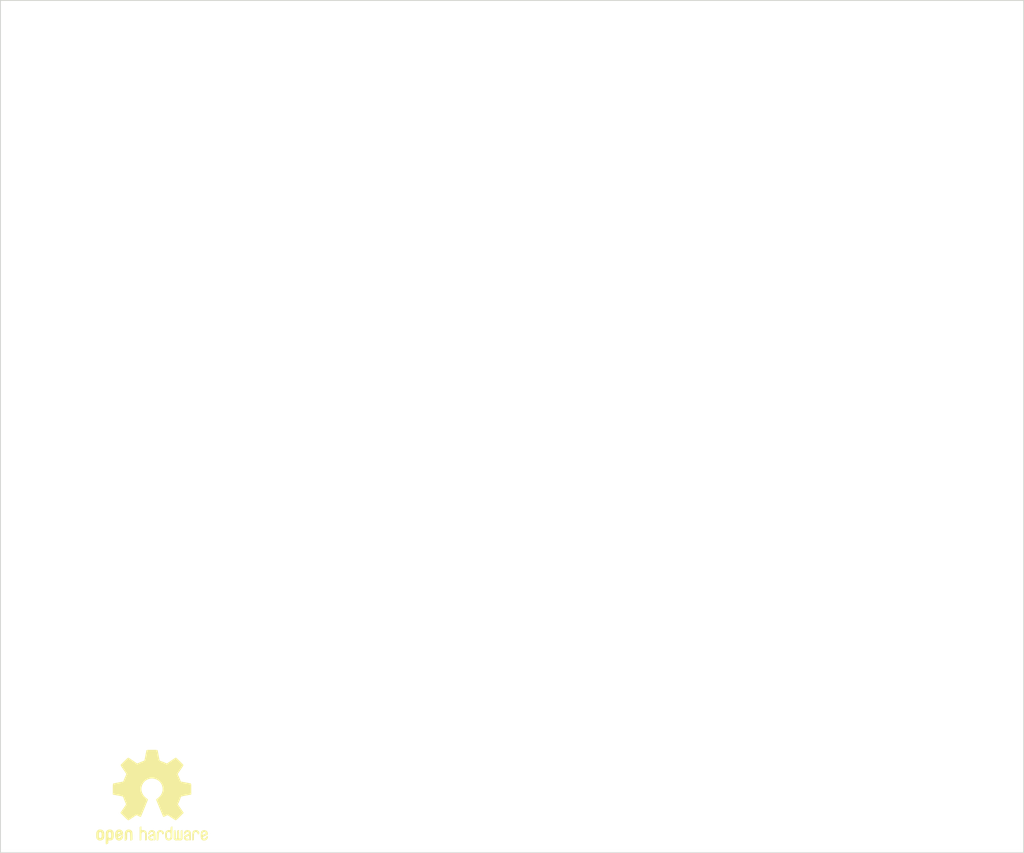
<source format=kicad_pcb>
(kicad_pcb (version 20241229) (generator "pcbnew") (generator_version "9.0")
  (title_block (title "Modular SPIRIT Phone") (date "2025-10-19") (rev "vOCT 19/2025") (comment 4 "Author: DevECoisas"))
  (layers (0 "F.Cu" signal) (2 "B.Cu" signal) (13 "F.Paste" user) (15 "B.Paste" user) (5 "F.SilkS" user "F.Silkscreen") (7 "B.SilkS" user "B.Silkscreen") (1 "F.Mask" user) (3 "B.Mask" user) (25 "Edge.Cuts" user))
  (net 0 "")
  (footprint "Symbol:OSHW-Logo2_7.3x6mm_SilkScreen" (layer "F.Cu") (at 127.706 107.48)
    (property "Reference" "REF**" (hide yes))
    (property "Value" "OSHW-Logo2_7.3x6mm_SilkScreen" (hide yes))
    (fp_poly (pts (xy 2.6526 1.958752) (xy 2.669948 1.966334) (xy 2.711356 1.999128) (xy 2.746765 2.046547) (xy 2.768664 2.097151) (xy 2.772229 2.122098) (xy 2.760279 2.156927) (xy 2.734067 2.175357) (xy 2.705964 2.186516) (xy 2.693095 2.188572) (xy 2.686829 2.173649) (xy 2.674456 2.141175) (xy 2.669028 2.126502) (xy 2.63859 2.075744) (xy 2.59452 2.050427) (xy 2.53801 2.051206) (xy 2.533825 2.052203) (xy 2.503655 2.066507) (xy 2.481476 2.094393) (xy 2.466327 2.139287) (xy 2.45725 2.204615) (xy 2.453286 2.293804) (xy 2.452914 2.341261) (xy 2.45273 2.416071) (xy 2.451522 2.467069) (xy 2.448309 2.499471) (xy 2.442109 2.518495) (xy 2.43194 2.529356) (xy 2.416819 2.537272) (xy 2.415946 2.53767) (xy 2.386828 2.549981) (xy 2.372403 2.554514) (xy 2.370186 2.540809) (xy 2.368289 2.502925) (xy 2.366847 2.445715) (xy 2.365998 2.374027) (xy 2.365829 2.321565) (xy 2.366692 2.220047) (xy 2.37007 2.143032) (xy 2.377142 2.086023) (xy 2.389088 2.044526) (xy 2.40709 2.014043) (xy 2.432327 1.99008) (xy 2.457247 1.973355) (xy 2.517171 1.951097) (xy 2.586911 1.946076) (xy 2.6526 1.958752)) (stroke (width 0.01)) (fill yes) (layer "F.SilkS"))
    (fp_poly (pts (xy -1.283907 1.92778) (xy -1.237328 1.954723) (xy -1.204943 1.981466) (xy -1.181258 2.009484) (xy -1.164941 2.043748) (xy -1.154661 2.089227) (xy -1.149086 2.150892) (xy -1.146884 2.233711) (xy -1.146629 2.293246) (xy -1.146629 2.512391) (xy -1.208314 2.540044) (xy -1.27 2.567697) (xy -1.277257 2.32767) (xy -1.280256 2.238028) (xy -1.283402 2.172962) (xy -1.287299 2.128026) (xy -1.292553 2.09877) (xy -1.299769 2.080748) (xy -1.30955 2.069511) (xy -1.312688 2.067079) (xy -1.360239 2.048083) (xy -1.408303 2.0556) (xy -1.436914 2.075543) (xy -1.448553 2.089675) (xy -1.456609 2.10822) (xy -1.461729 2.136334) (xy -1.464559 2.179173) (xy -1.465744 2.241895) (xy -1.465943 2.307261) (xy -1.465982 2.389268) (xy -1.467386 2.447316) (xy -1.472086 2.486465) (xy -1.482013 2.51178) (xy -1.499097 2.528323) (xy -1.525268 2.541156) (xy -1.560225 2.554491) (xy -1.598404 2.569007) (xy -1.593859 2.311389) (xy -1.592029 2.218519) (xy -1.589888 2.149889) (xy -1.586819 2.100711) (xy -1.582206 2.066198) (xy -1.575432 2.041562) (xy -1.565881 2.022016) (xy -1.554366 2.00477) (xy -1.49881 1.94968) (xy -1.43102 1.917822) (xy -1.357287 1.910191) (xy -1.283907 1.92778)) (stroke (width 0.01)) (fill yes) (layer "F.SilkS"))
    (fp_poly (pts (xy 0.529926 1.949755) (xy 0.595858 1.974084) (xy 0.649273 2.017117) (xy 0.670164 2.047409) (xy 0.692939 2.102994) (xy 0.692466 2.143186) (xy 0.668562 2.170217) (xy 0.659717 2.174813) (xy 0.62153 2.189144) (xy 0.602028 2.185472) (xy 0.595422 2.161407) (xy 0.595086 2.148114) (xy 0.582992 2.09921) (xy 0.551471 2.064999) (xy 0.507659 2.048476) (xy 0.458695 2.052634) (xy 0.418894 2.074227) (xy 0.40545 2.086544) (xy 0.395921 2.101487) (xy 0.389485 2.124075) (xy 0.385317 2.159328) (xy 0.382597 2.212266) (xy 0.380502 2.287907) (xy 0.37996 2.311857) (xy 0.377981 2.39379) (xy 0.375731 2.451455) (xy 0.372357 2.489608) (xy 0.367006 2.513004) (xy 0.358824 2.526398) (xy 0.346959 2.534545) (xy 0.339362 2.538144) (xy 0.307102 2.550452) (xy 0.288111 2.554514) (xy 0.281836 2.540948) (xy 0.278006 2.499934) (xy 0.2766 2.430999) (xy 0.277598 2.333669) (xy 0.277908 2.318657) (xy 0.280101 2.229859) (xy 0.282693 2.165019) (xy 0.286382 2.119067) (xy 0.291864 2.086935) (xy 0.299835 2.063553) (xy 0.310993 2.043852) (xy 0.31683 2.03541) (xy 0.350296 1.998057) (xy 0.387727 1.969003) (xy 0.392309 1.966467) (xy 0.459426 1.946443) (xy 0.529926 1.949755)) (stroke (width 0.01)) (fill yes) (layer "F.SilkS"))
    (fp_poly (pts (xy -0.624114 1.851289) (xy -0.619861 1.910613) (xy -0.614975 1.945572) (xy -0.608205 1.96082) (xy -0.598298 1.961015) (xy -0.595086 1.959195) (xy -0.552356 1.946015) (xy -0.496773 1.946785) (xy -0.440263 1.960333) (xy -0.404918 1.977861) (xy -0.368679 2.005861) (xy -0.342187 2.037549) (xy -0.324001 2.077813) (xy -0.312678 2.131543) (xy -0.306778 2.203626) (xy -0.304857 2.298951) (xy -0.304823 2.317237) (xy -0.3048 2.522646) (xy -0.350509 2.53858) (xy -0.382973 2.54942) (xy -0.400785 2.554468) (xy -0.401309 2.554514) (xy -0.403063 2.540828) (xy -0.404556 2.503076) (xy -0.405674 2.446224) (xy -0.406303 2.375234) (xy -0.4064 2.332073) (xy -0.406602 2.246973) (xy -0.407642 2.185981) (xy -0.410169 2.144177) (xy -0.414836 2.116642) (xy -0.422293 2.098456) (xy -0.433189 2.084698) (xy -0.439993 2.078073) (xy -0.486728 2.051375) (xy -0.537728 2.049375) (xy -0.583999 2.071955) (xy -0.592556 2.080107) (xy -0.605107 2.095436) (xy -0.613812 2.113618) (xy -0.619369 2.139909) (xy -0.622474 2.179562) (xy -0.623824 2.237832) (xy -0.624114 2.318173) (xy -0.624114 2.522646) (xy -0.669823 2.53858) (xy -0.702287 2.54942) (xy -0.720099 2.554468) (xy -0.720623 2.554514) (xy -0.721963 2.540623) (xy -0.723172 2.501439) (xy -0.724199 2.4407) (xy -0.724998 2.362141) (xy -0.725519 2.269498) (xy -0.725714 2.166509) (xy -0.725714 1.769342) (xy -0.678543 1.749444) (xy -0.631371 1.729547) (xy -0.624114 1.851289)) (stroke (width 0.01)) (fill yes) (layer "F.SilkS"))
    (fp_poly (pts (xy 1.779833 1.958663) (xy 1.782048 1.99685) (xy 1.783784 2.054886) (xy 1.784899 2.12818) (xy 1.785257 2.205055) (xy 1.785257 2.465196) (xy 1.739326 2.511127) (xy 1.707675 2.539429) (xy 1.67989 2.550893) (xy 1.641915 2.550168) (xy 1.62684 2.548321) (xy 1.579726 2.542948) (xy 1.540756 2.539869) (xy 1.531257 2.539585) (xy 1.499233 2.541445) (xy 1.453432 2.546114) (xy 1.435674 2.548321) (xy 1.392057 2.551735) (xy 1.362745 2.54432) (xy 1.33368 2.521427) (xy 1.323188 2.511127) (xy 1.277257 2.465196) (xy 1.277257 1.978602) (xy 1.314226 1.961758) (xy 1.346059 1.949282) (xy 1.364683 1.944914) (xy 1.369458 1.958718) (xy 1.373921 1.997286) (xy 1.377775 2.056356) (xy 1.380722 2.131663) (xy 1.382143 2.195286) (xy 1.386114 2.445657) (xy 1.420759 2.450556) (xy 1.452268 2.447131) (xy 1.467708 2.436041) (xy 1.472023 2.415308) (xy 1.475708 2.371145) (xy 1.478469 2.309146) (xy 1.480012 2.234909) (xy 1.480235 2.196706) (xy 1.480457 1.976783) (xy 1.526166 1.960849) (xy 1.558518 1.950015) (xy 1.576115 1.944962) (xy 1.576623 1.944914) (xy 1.578388 1.958648) (xy 1.580329 1.99673) (xy 1.582282 2.054482) (xy 1.584084 2.127227) (xy 1.585343 2.195286) (xy 1.589314 2.445657) (xy 1.6764 2.445657) (xy 1.680396 2.21724) (xy 1.684392 1.988822) (xy 1.726847 1.966868) (xy 1.758192 1.951793) (xy 1.776744 1.944951) (xy 1.777279 1.944914) (xy 1.779833 1.958663)) (stroke (width 0.01)) (fill yes) (layer "F.SilkS"))
    (fp_poly (pts (xy -2.958885 1.921962) (xy -2.890855 1.957733) (xy -2.840649 2.015301) (xy -2.822815 2.052312) (xy -2.808937 2.107882) (xy -2.801833 2.178096) (xy -2.80116 2.254727) (xy -2.806573 2.329552) (xy -2.81773 2.394342) (xy -2.834286 2.440873) (xy -2.839374 2.448887) (xy -2.899645 2.508707) (xy -2.971231 2.544535) (xy -3.048908 2.55502) (xy -3.127452 2.53881) (xy -3.149311 2.529092) (xy -3.191878 2.499143) (xy -3.229237 2.459433) (xy -3.232768 2.454397) (xy -3.247119 2.430124) (xy -3.256606 2.404178) (xy -3.26221 2.370022) (xy -3.264914 2.321119) (xy -3.265701 2.250935) (xy -3.265714 2.2352) (xy -3.265678 2.230192) (xy -3.120571 2.230192) (xy -3.119727 2.29643) (xy -3.116404 2.340386) (xy -3.109417 2.368779) (xy -3.097584 2.388325) (xy -3.091543 2.394857) (xy -3.056814 2.41968) (xy -3.023097 2.418548) (xy -2.989005 2.397016) (xy -2.968671 2.374029) (xy -2.956629 2.340478) (xy -2.949866 2.287569) (xy -2.949402 2.281399) (xy -2.948248 2.185513) (xy -2.960312 2.114299) (xy -2.98543 2.068194) (xy -3.02344 2.047635) (xy -3.037008 2.046514) (xy -3.072636 2.052152) (xy -3.097006 2.071686) (xy -3.111907 2.109042) (xy -3.119125 2.16815) (xy -3.120571 2.230192) (xy -3.265678 2.230192) (xy -3.265174 2.160413) (xy -3.262904 2.108159) (xy -3.257932 2.071949) (xy -3.249287 2.045299) (xy -3.235995 2.021722) (xy -3.233057 2.017338) (xy -3.183687 1.958249) (xy -3.129891 1.923947) (xy -3.064398 1.910331) (xy -3.042158 1.909665) (xy -2.958885 1.921962)) (stroke (width 0.01)) (fill yes) (layer "F.SilkS"))
    (fp_poly (pts (xy 3.153595 1.966966) (xy 3.211021 2.004497) (xy 3.238719 2.038096) (xy 3.260662 2.099064) (xy 3.262405 2.147308) (xy 3.258457 2.211816) (xy 3.109686 2.276934) (xy 3.037349 2.310202) (xy 2.990084 2.336964) (xy 2.965507 2.360144) (xy 2.961237 2.382667) (xy 2.974889 2.407455) (xy 2.989943 2.423886) (xy 3.033746 2.450235) (xy 3.081389 2.452081) (xy 3.125145 2.431546) (xy 3.157289 2.390752) (xy 3.163038 2.376347) (xy 3.190576 2.331356) (xy 3.222258 2.312182) (xy 3.265714 2.295779) (xy 3.265714 2.357966) (xy 3.261872 2.400283) (xy 3.246823 2.435969) (xy 3.21528 2.476943) (xy 3.210592 2.482267) (xy 3.175506 2.51872) (xy 3.145347 2.538283) (xy 3.107615 2.547283) (xy 3.076335 2.55023) (xy 3.020385 2.550965) (xy 2.980555 2.54166) (xy 2.955708 2.527846) (xy 2.916656 2.497467) (xy 2.889625 2.464613) (xy 2.872517 2.423294) (xy 2.863238 2.367521) (xy 2.859693 2.291305) (xy 2.85941 2.252622) (xy 2.860372 2.206247) (xy 2.948007 2.206247) (xy 2.949023 2.231126) (xy 2.951556 2.2352) (xy 2.968274 2.229665) (xy 3.004249 2.215017) (xy 3.052331 2.19419) (xy 3.062386 2.189714) (xy 3.123152 2.158814) (xy 3.156632 2.131657) (xy 3.16399 2.10622) (xy 3.146391 2.080481) (xy 3.131856 2.069109) (xy 3.07941 2.046364) (xy 3.030322 2.050122) (xy 2.989227 2.077884) (xy 2.960758 2.127152) (xy 2.951631 2.166257) (xy 2.948007 2.206247) (xy 2.860372 2.206247) (xy 2.861285 2.162249) (xy 2.868196 2.095384) (xy 2.881884 2.046695) (xy 2.904096 2.010849) (xy 2.936574 1.982513) (xy 2.950733 1.973355) (xy 3.015053 1.949507) (xy 3.085473 1.948006) (xy 3.153595 1.966966)) (stroke (width 0.01)) (fill yes) (layer "F.SilkS"))
    (fp_poly (pts (xy 1.190117 2.065358) (xy 1.189933 2.173837) (xy 1.189219 2.257287) (xy 1.187675 2.319704) (xy 1.185001 2.365085) (xy 1.180894 2.397429) (xy 1.175055 2.420733) (xy 1.167182 2.438995) (xy 1.161221 2.449418) (xy 1.111855 2.505945) (xy 1.049264 2.541377) (xy 0.980013 2.55409) (xy 0.910668 2.542463) (xy 0.869375 2.521568) (xy 0.826025 2.485422) (xy 0.796481 2.441276) (xy 0.778655 2.383462) (xy 0.770463 2.306313) (xy 0.769302 2.249714) (xy 0.769458 2.245647) (xy 0.870857 2.245647) (xy 0.871476 2.31055) (xy 0.874314 2.353514) (xy 0.88084 2.381622) (xy 0.892523 2.401953) (xy 0.906483 2.417288) (xy 0.953365 2.44689) (xy 1.003701 2.449419) (xy 1.051276 2.424705) (xy 1.054979 2.421356) (xy 1.070783 2.403935) (xy 1.080693 2.383209) (xy 1.086058 2.352362) (xy 1.088228 2.304577) (xy 1.088571 2.251748) (xy 1.087827 2.185381) (xy 1.084748 2.141106) (xy 1.078061 2.112009) (xy 1.066496 2.091173) (xy 1.057013 2.080107) (xy 1.01296 2.052198) (xy 0.962224 2.048843) (xy 0.913796 2.070159) (xy 0.90445 2.078073) (xy 0.88854 2.095647) (xy 0.87861 2.116587) (xy 0.873278 2.147782) (xy 0.871163 2.196122) (xy 0.870857 2.245647) (xy 0.769458 2.245647) (xy 0.77281 2.158568) (xy 0.784726 2.090086) (xy 0.807135 2.0386) (xy 0.842124 1.998443) (xy 0.869375 1.977861) (xy 0.918907 1.955625) (xy 0.976316 1.945304) (xy 1.029682 1.948067) (xy 1.059543 1.959212) (xy 1.071261 1.962383) (xy 1.079037 1.950557) (xy 1.084465 1.918866) (xy 1.088571 1.870593) (xy 1.093067 1.816829) (xy 1.099313 1.784482) (xy 1.110676 1.765985) (xy 1.130528 1.75377) (xy 1.143 1.748362) (xy 1.190171 1.728601) (xy 1.190117 2.065358)) (stroke (width 0.01)) (fill yes) (layer "F.SilkS"))
    (fp_poly (pts (xy -1.831697 1.931239) (xy -1.774473 1.969735) (xy -1.730251 2.025335) (xy -1.703833 2.096086) (xy -1.69849 2.148162) (xy -1.699097 2.169893) (xy -1.704178 2.186531) (xy -1.718145 2.201437) (xy -1.745411 2.217973) (xy -1.790388 2.239498) (xy -1.857489 2.269374) (xy -1.857829 2.269524) (xy -1.919593 2.297813) (xy -1.970241 2.322933) (xy -2.004596 2.342179) (xy -2.017482 2.352848) (xy -2.017486 2.352934) (xy -2.006128 2.376166) (xy -1.979569 2.401774) (xy -1.949077 2.420221) (xy -1.93363 2.423886) (xy -1.891485 2.411212) (xy -1.855192 2.379471) (xy -1.837483 2.344572) (xy -1.820448 2.318845) (xy -1.787078 2.289546) (xy -1.747851 2.264235) (xy -1.713244 2.250471) (xy -1.706007 2.249714) (xy -1.697861 2.26216) (xy -1.69737 2.293972) (xy -1.703357 2.336866) (xy -1.714643 2.382558) (xy -1.73005 2.422761) (xy -1.730829 2.424322) (xy -1.777196 2.489062) (xy -1.837289 2.533097) (xy -1.905535 2.554711) (xy -1.976362 2.552185) (xy -2.044196 2.523804) (xy -2.047212 2.521808) (xy -2.100573 2.473448) (xy -2.13566 2.410352) (xy -2.155078 2.327387) (xy -2.157684 2.304078) (xy -2.162299 2.194055) (xy -2.156767 2.142748) (xy -2.017486 2.142748) (xy -2.015676 2.174753) (xy -2.005778 2.184093) (xy -1.981102 2.177105) (xy -1.942205 2.160587) (xy -1.898725 2.139881) (xy -1.897644 2.139333) (xy -1.860791 2.119949) (xy -1.846 2.107013) (xy -1.849647 2.093451) (xy -1.865005 2.075632) (xy -1.904077 2.049845) (xy -1.946154 2.04795) (xy -1.983897 2.066717) (xy -2.009966 2.102915) (xy -2.017486 2.142748) (xy -2.156767 2.142748) (xy -2.152806 2.106027) (xy -2.12845 2.036212) (xy -2.094544 1.987302) (xy -2.033347 1.937878) (xy -1.965937 1.913359) (xy -1.89712 1.911797) (xy -1.831697 1.931239)) (stroke (width 0.01)) (fill yes) (layer "F.SilkS"))
    (fp_poly (pts (xy 0.039744 1.950968) (xy 0.096616 1.972087) (xy 0.097267 1.972493) (xy 0.13244 1.99838) (xy 0.158407 2.028633) (xy 0.17667 2.068058) (xy 0.188732 2.121462) (xy 0.196096 2.193651) (xy 0.200264 2.289432) (xy 0.200629 2.303078) (xy 0.205876 2.508842) (xy 0.161716 2.531678) (xy 0.129763 2.54711) (xy 0.11047 2.554423) (xy 0.109578 2.554514) (xy 0.106239 2.541022) (xy 0.103587 2.504626) (xy 0.101956 2.451452) (xy 0.1016 2.408393) (xy 0.101592 2.338641) (xy 0.098403 2.294837) (xy 0.087288 2.273944) (xy 0.063501 2.272925) (xy 0.022296 2.288741) (xy -0.039914 2.317815) (xy -0.085659 2.341963) (xy -0.109187 2.362913) (xy -0.116104 2.385747) (xy -0.116114 2.386877) (xy -0.104701 2.426212) (xy -0.070908 2.447462) (xy -0.019191 2.450539) (xy 0.018061 2.450006) (xy 0.037703 2.460735) (xy 0.049952 2.486505) (xy 0.057002 2.519337) (xy 0.046842 2.537966) (xy 0.043017 2.540632) (xy 0.007001 2.55134) (xy -0.043434 2.552856) (xy -0.095374 2.545759) (xy -0.132178 2.532788) (xy -0.183062 2.489585) (xy -0.211986 2.429446) (xy -0.217714 2.382462) (xy -0.213343 2.340082) (xy -0.197525 2.305488) (xy -0.166203 2.274763) (xy -0.115322 2.24399) (xy -0.040824 2.209252) (xy -0.036286 2.207288) (xy 0.030821 2.176287) (xy 0.072232 2.150862) (xy 0.089981 2.128014) (xy 0.086107 2.104745) (xy 0.062643 2.078056) (xy 0.055627 2.071914) (xy 0.00863 2.0481) (xy -0.040067 2.049103) (xy -0.082478 2.072451) (xy -0.110616 2.115675) (xy -0.113231 2.12416) (xy -0.138692 2.165308) (xy -0.170999 2.185128) (xy -0.217714 2.20477) (xy -0.217714 2.15395) (xy -0.203504 2.080082) (xy -0.161325 2.012327) (xy -0.139376 1.989661) (xy -0.089483 1.960569) (xy -0.026033 1.9474) (xy 0.039744 1.950968)) (stroke (width 0.01)) (fill yes) (layer "F.SilkS"))
    (fp_poly (pts (xy -2.400256 1.919918) (xy -2.344799 1.947568) (xy -2.295852 1.99848) (xy -2.282371 2.017338) (xy -2.267686 2.042015) (xy -2.258158 2.068816) (xy -2.252707 2.104587) (xy -2.250253 2.156169) (xy -2.249714 2.224267) (xy -2.252148 2.317588) (xy -2.260606 2.387657) (xy -2.276826 2.439931) (xy -2.302546 2.479869) (xy -2.339503 2.512929) (xy -2.342218 2.514886) (xy -2.37864 2.534908) (xy -2.422498 2.544815) (xy -2.478276 2.547257) (xy -2.568952 2.547257) (xy -2.56899 2.635283) (xy -2.569834 2.684308) (xy -2.574976 2.713065) (xy -2.588413 2.730311) (xy -2.614142 2.744808) (xy -2.620321 2.747769) (xy -2.649236 2.761648) (xy -2.671624 2.770414) (xy -2.688271 2.771171) (xy -2.699964 2.761023) (xy -2.70749 2.737073) (xy -2.711634 2.696426) (xy -2.713185 2.636186) (xy -2.712929 2.553455) (xy -2.711651 2.445339) (xy -2.711252 2.413) (xy -2.709815 2.301524) (xy -2.708528 2.228603) (xy -2.569029 2.228603) (xy -2.568245 2.290499) (xy -2.56476 2.330997) (xy -2.556876 2.357708) (xy -2.542895 2.378244) (xy -2.533403 2.38826) (xy -2.494596 2.417567) (xy -2.460237 2.419952) (xy -2.424784 2.39575) (xy -2.423886 2.394857) (xy -2.409461 2.376153) (xy -2.400687 2.350732) (xy -2.396261 2.311584) (xy -2.394882 2.251697) (xy -2.394857 2.23843) (xy -2.398188 2.155901) (xy -2.409031 2.098691) (xy -2.42866 2.063766) (xy -2.45835 2.048094) (xy -2.475509 2.046514) (xy -2.516234 2.053926) (xy -2.544168 2.07833) (xy -2.560983 2.12298) (xy -2.56835 2.19113) (xy -2.569029 2.228603) (xy -2.708528 2.228603) (xy -2.708292 2.215245) (xy -2.706323 2.150333) (xy -2.70355 2.102958) (xy -2.699612 2.06929) (xy -2.694151 2.045498) (xy -2.686808 2.027753) (xy -2.677223 2.012224) (xy -2.673113 2.006381) (xy -2.618595 1.951185) (xy -2.549664 1.91989) (xy -2.469928 1.911165) (xy -2.400256 1.919918)) (stroke (width 0.01)) (fill yes) (layer "F.SilkS"))
    (fp_poly (pts (xy 2.144876 1.956335) (xy 2.186667 1.975344) (xy 2.219469 1.998378) (xy 2.243503 2.024133) (xy 2.260097 2.057358) (xy 2.270577 2.1028) (xy 2.276271 2.165207) (xy 2.278507 2.249327) (xy 2.278743 2.304721) (xy 2.278743 2.520826) (xy 2.241774 2.53767) (xy 2.212656 2.549981) (xy 2.198231 2.554514) (xy 2.195472 2.541025) (xy 2.193282 2.504653) (xy 2.191942 2.451542) (xy 2.191657 2.409372) (xy 2.190434 2.348447) (xy 2.187136 2.300115) (xy 2.182321 2.270518) (xy 2.178496 2.264229) (xy 2.152783 2.270652) (xy 2.112418 2.287125) (xy 2.065679 2.309458) (xy 2.020845 2.333457) (xy 1.986193 2.35493) (xy 1.970002 2.369685) (xy 1.969938 2.369845) (xy 1.97133 2.397152) (xy 1.983818 2.423219) (xy 2.005743 2.444392) (xy 2.037743 2.451474) (xy 2.065092 2.450649) (xy 2.103826 2.450042) (xy 2.124158 2.459116) (xy 2.136369 2.483092) (xy 2.137909 2.487613) (xy 2.143203 2.521806) (xy 2.129047 2.542568) (xy 2.092148 2.552462) (xy 2.052289 2.554292) (xy 1.980562 2.540727) (xy 1.943432 2.521355) (xy 1.897576 2.475845) (xy 1.873256 2.419983) (xy 1.871073 2.360957) (xy 1.891629 2.305953) (xy 1.922549 2.271486) (xy 1.95342 2.252189) (xy 2.001942 2.227759) (xy 2.058485 2.202985) (xy 2.06791 2.199199) (xy 2.130019 2.171791) (xy 2.165822 2.147634) (xy 2.177337 2.123619) (xy 2.16658 2.096635) (xy 2.148114 2.075543) (xy 2.104469 2.049572) (xy 2.056446 2.047624) (xy 2.012406 2.067637) (xy 1.980709 2.107551) (xy 1.976549 2.117848) (xy 1.952327 2.155724) (xy 1.916965 2.183842) (xy 1.872343 2.206917) (xy 1.872343 2.141485) (xy 1.874969 2.101506) (xy 1.88623 2.069997) (xy 1.911199 2.036378) (xy 1.935169 2.010484) (xy 1.972441 1.973817) (xy 2.001401 1.954121) (xy 2.032505 1.94622) (xy 2.067713 1.944914) (xy 2.144876 1.956335)) (stroke (width 0.01)) (fill yes) (layer "F.SilkS"))
    (fp_poly (pts (xy 0.10391 -2.757652) (xy 0.182454 -2.757222) (xy 0.239298 -2.756058) (xy 0.278105 -2.753793) (xy 0.302538 -2.75006) (xy 0.316262 -2.744494) (xy 0.32294 -2.736727) (xy 0.326236 -2.726395) (xy 0.326556 -2.725057) (xy 0.331562 -2.700921) (xy 0.340829 -2.653299) (xy 0.353392 -2.587259) (xy 0.368287 -2.507872) (xy 0.384551 -2.420204) (xy 0.385119 -2.417125) (xy 0.40141 -2.331211) (xy 0.416652 -2.255304) (xy 0.429861 -2.193955) (xy 0.440054 -2.151718) (xy 0.446248 -2.133145) (xy 0.446543 -2.132816) (xy 0.464788 -2.123747) (xy 0.502405 -2.108633) (xy 0.551271 -2.090738) (xy 0.551543 -2.090642) (xy 0.613093 -2.067507) (xy 0.685657 -2.038035) (xy 0.754057 -2.008403) (xy 0.757294 -2.006938) (xy 0.868702 -1.956374) (xy 1.115399 -2.12484) (xy 1.191077 -2.176197) (xy 1.259631 -2.222111) (xy 1.317088 -2.25997) (xy 1.359476 -2.287163) (xy 1.382825 -2.301079) (xy 1.385042 -2.302111) (xy 1.40201 -2.297516) (xy 1.433701 -2.275345) (xy 1.481352 -2.234553) (xy 1.546198 -2.174095) (xy 1.612397 -2.109773) (xy 1.676214 -2.046388) (xy 1.733329 -1.988549) (xy 1.780305 -1.939825) (xy 1.813703 -1.90379) (xy 1.830085 -1.884016) (xy 1.830694 -1.882998) (xy 1.832505 -1.869428) (xy 1.825683 -1.847267) (xy 1.80854 -1.813522) (xy 1.779393 -1.7652) (xy 1.736555 -1.699308) (xy 1.679448 -1.614483) (xy 1.628766 -1.539823) (xy 1.583461 -1.47286) (xy 1.54615 -1.417484) (xy 1.519452 -1.37758) (xy 1.505985 -1.357038) (xy 1.505137 -1.355644) (xy 1.506781 -1.335962) (xy 1.519245 -1.297707) (xy 1.540048 -1.248111) (xy 1.547462 -1.232272) (xy 1.579814 -1.16171) (xy 1.614328 -1.081647) (xy 1.642365 -1.012371) (xy 1.662568 -0.960955) (xy 1.678615 -0.921881) (xy 1.687888 -0.901459) (xy 1.689041 -0.899886) (xy 1.706096 -0.897279) (xy 1.746298 -0.890137) (xy 1.804302 -0.879477) (xy 1.874763 -0.866315) (xy 1.952335 -0.851667) (xy 2.031672 -0.836551) (xy 2.107431 -0.821982) (xy 2.174264 -0.808978) (xy 2.226828 -0.798555) (xy 2.259776 -0.79173) (xy 2.267857 -0.789801) (xy 2.276205 -0.785038) (xy 2.282506 -0.774282) (xy 2.287045 -0.753902) (xy 2.290104 -0.720266) (xy 2.291967 -0.669745) (xy 2.292918 -0.598708) (xy 2.29324 -0.503524) (xy 2.293257 -0.464508) (xy 2.293257 -0.147201) (xy 2.217057 -0.132161) (xy 2.174663 -0.124005) (xy 2.1114 -0.112101) (xy 2.034962 -0.097884) (xy 1.953043 -0.08279) (xy 1.9304 -0.078645) (xy 1.854806 -0.063947) (xy 1.788953 -0.049495) (xy 1.738366 -0.036625) (xy 1.708574 -0.026678) (xy 1.703612 -0.023713) (xy 1.691426 -0.002717) (xy 1.673953 0.037967) (xy 1.654577 0.090322) (xy 1.650734 0.1016) (xy 1.625339 0.171523) (xy 1.593817 0.250418) (xy 1.562969 0.321266) (xy 1.562817 0.321595) (xy 1.511447 0.432733) (xy 1.680399 0.681253) (xy 1.849352 0.929772) (xy 1.632429 1.147058) (xy 1.566819 1.211726) (xy 1.506979 1.268733) (xy 1.456267 1.315033) (xy 1.418046 1.347584) (xy 1.395675 1.363343) (xy 1.392466 1.364343) (xy 1.373626 1.356469) (xy 1.33518 1.334578) (xy 1.28133 1.301267) (xy 1.216276 1.259131) (xy 1.14594 1.211943) (xy 1.074555 1.16381) (xy 1.010908 1.121928) (xy 0.959041 1.088871) (xy 0.922995 1.067218) (xy 0.906867 1.059543) (xy 0.887189 1.066037) (xy 0.849875 1.08315) (xy 0.802621 1.107326) (xy 0.797612 1.110013) (xy 0.733977 1.141927) (xy 0.690341 1.157579) (xy 0.663202 1.157745) (xy 0.649057 1.143204) (xy 0.648975 1.143) (xy 0.641905 1.125779) (xy 0.625042 1.084899) (xy 0.599695 1.023525) (xy 0.567171 0.944819) (xy 0.528778 0.851947) (xy 0.485822 0.748072) (xy 0.444222 0.647502) (xy 0.398504 0.536516) (xy 0.356526 0.433703) (xy 0.319548 0.342215) (xy 0.288827 0.265201) (xy 0.265622 0.205815) (xy 0.25119 0.167209) (xy 0.246743 0.1528) (xy 0.257896 0.136272) (xy 0.287069 0.10993) (xy 0.325971 0.080887) (xy 0.436757 -0.010961) (xy 0.523351 -0.116241) (xy 0.584716 -0.232734) (xy 0.619815 -0.358224) (xy 0.627608 -0.490493) (xy 0.621943 -0.551543) (xy 0.591078 -0.678205) (xy 0.53792 -0.790059) (xy 0.465767 -0.885999) (xy 0.377917 -0.964924) (xy 0.277665 -1.02573) (xy 0.16831 -1.067313) (xy 0.053147 -1.088572) (xy -0.064525 -1.088401) (xy -0.18141 -1.065699) (xy -0.294211 -1.019362) (xy -0.399631 -0.948287) (xy -0.443632 -0.908089) (xy -0.528021 -0.804871) (xy -0.586778 -0.692075) (xy -0.620296 -0.57299) (xy -0.628965 -0.450905) (xy -0.613177 -0.329107) (xy -0.573322 -0.210884) (xy -0.509793 -0.099525) (xy -0.422979 0.001684) (xy -0.325971 0.080887) (xy -0.285563 0.111162) (xy -0.257018 0.137219) (xy -0.246743 0.152825) (xy -0.252123 0.169843) (xy -0.267425 0.2105) (xy -0.291388 0.271642) (xy -0.322756 0.350119) (xy -0.360268 0.44278) (xy -0.402667 0.546472) (xy -0.444337 0.647526) (xy -0.49031 0.758607) (xy -0.532893 0.861541) (xy -0.570779 0.953165) (xy -0.60266 1.030316) (xy -0.627229 1.089831) (xy -0.64318 1.128544) (xy -0.64909 1.143) (xy -0.663052 1.157685) (xy -0.69006 1.157642) (xy -0.733587 1.142099) (xy -0.79711 1.110284) (xy -0.797612 1.110013) (xy -0.84544 1.085323) (xy -0.884103 1.067338) (xy -0.905905 1.059614) (xy -0.906867 1.059543) (xy -0.923279 1.067378) (xy -0.959513 1.089165) (xy -1.011526 1.122328) (xy -1.075275 1.164291) (xy -1.14594 1.211943) (xy -1.217884 1.260191) (xy -1.282726 1.302151) (xy -1.336265 1.335227) (xy -1.374303 1.356821) (xy -1.392467 1.364343) (xy -1.409192 1.354457) (xy -1.44282 1.326826) (xy -1.48999 1.284495) (xy -1.547342 1.230505) (xy -1.611516 1.167899) (xy -1.632503 1.146983) (xy -1.849501 0.929623) (xy -1.684332 0.68722) (xy -1.634136 0.612781) (xy -1.590081 0.545972) (xy -1.554638 0.490665) (xy -1.530281 0.450729) (xy -1.519478 0.430036) (xy -1.519162 0.428563) (xy -1.524857 0.409058) (xy -1.540174 0.369822) (xy -1.562463 0.31743) (xy -1.578107 0.282355) (xy -1.607359 0.215201) (xy -1.634906 0.147358) (xy -1.656263 0.090034) (xy -1.662065 0.072572) (xy -1.678548 0.025938) (xy -1.69466 -0.010095) (xy -1.70351 -0.023713) (xy -1.72304 -0.032048) (xy -1.765666 -0.043863) (xy -1.825855 -0.057819) (xy -1.898078 -0.072578) (xy -1.9304 -0.078645) (xy -2.012478 -0.093727) (xy -2.091205 -0.108331) (xy -2.158891 -0.12102) (xy -2.20784 -0.130358) (xy -2.217057 -0.132161) (xy -2.293257 -0.147201) (xy -2.293257 -0.464508) (xy -2.293086 -0.568846) (xy -2.292384 -0.647787) (xy -2.290866 -0.704962) (xy -2.288251 -0.744001) (xy -2.284254 -0.768535) (xy -2.278591 -0.782195) (xy -2.27098 -0.788611) (xy -2.267857 -0.789801) (xy -2.249022 -0.79402) (xy -2.207412 -0.802438) (xy -2.14837 -0.814039) (xy -2.077243 -0.827805) (xy -1.999375 -0.84272) (xy -1.920113 -0.857768) (xy -1.844802 -0.871931) (xy -1.778787 -0.884194) (xy -1.727413 -0.893539) (xy -1.696025 -0.89895) (xy -1.689041 -0.899886) (xy -1.682715 -0.912404) (xy -1.66871 -0.945754) (xy -1.649645 -0.993623) (xy -1.642366 -1.012371) (xy -1.613004 -1.084805) (xy -1.578429 -1.16483) (xy -1.547463 -1.232272) (xy -1.524677 -1.283841) (xy -1.509518 -1.326215) (xy -1.504458 -1.352166) (xy -1.505264 -1.355644) (xy -1.515959 -1.372064) (xy -1.54038 -1.408583) (xy -1.575905 -1.461313) (xy -1.619913 -1.526365) (xy -1.669783 -1.599849) (xy -1.679644 -1.614355) (xy -1.737508 -1.700296) (xy -1.780044 -1.765739) (xy -1.808946 -1.813696) (xy -1.82591 -1.84718) (xy -1.832633 -1.869205) (xy -1.83081 -1.882783) (xy -1.830764 -1.882869) (xy -1.816414 -1.900703) (xy -1.784677 -1.935183) (xy -1.73899 -1.982732) (xy -1.682796 -2.039778) (xy -1.619532 -2.102745) (xy -1.612398 -2.109773) (xy -1.53267 -2.18698) (xy -1.471143 -2.24367) (xy -1.426579 -2.28089) (xy -1.397743 -2.299685) (xy -1.385042 -2.302111) (xy -1.366506 -2.291529) (xy -1.328039 -2.267084) (xy -1.273614 -2.231388) (xy -1.207202 -2.187053) (xy -1.132775 -2.136689) (xy -1.115399 -2.12484) (xy -0.868703 -1.956374) (xy -0.757294 -2.006938) (xy -0.689543 -2.036405) (xy -0.616817 -2.066041) (xy -0.554297 -2.08967) (xy -0.551543 -2.090642) (xy -0.50264 -2.108543) (xy -0.464943 -2.12368) (xy -0.446575 -2.13279) (xy -0.446544 -2.132816) (xy -0.440715 -2.149283) (xy -0.430808 -2.189781) (xy -0.417805 -2.249758) (xy -0.402691 -2.32466) (xy -0.386448 -2.409936) (xy -0.385119 -2.417125) (xy -0.368825 -2.504986) (xy -0.353867 -2.58474) (xy -0.341209 -2.651319) (xy -0.331814 -2.699653) (xy -0.326646 -2.724675) (xy -0.326556 -2.725057) (xy -0.323411 -2.735701) (xy -0.317296 -2.743738) (xy -0.304547 -2.749533) (xy -0.2815 -2.753453) (xy -0.244491 -2.755865) (xy -0.189856 -2.757135) (xy -0.113933 -2.757629) (xy -0.013056 -2.757714) (xy 0 -2.757714) (xy 0.10391 -2.757652)) (stroke (width 0.01)) (fill yes) (layer "F.SilkS"))
  )
  (gr_rect (start 118.816 60.744) (end 178.816 110.744) (stroke (width 0.05)) (fill no) (layer "Edge.Cuts"))
)
</source>
